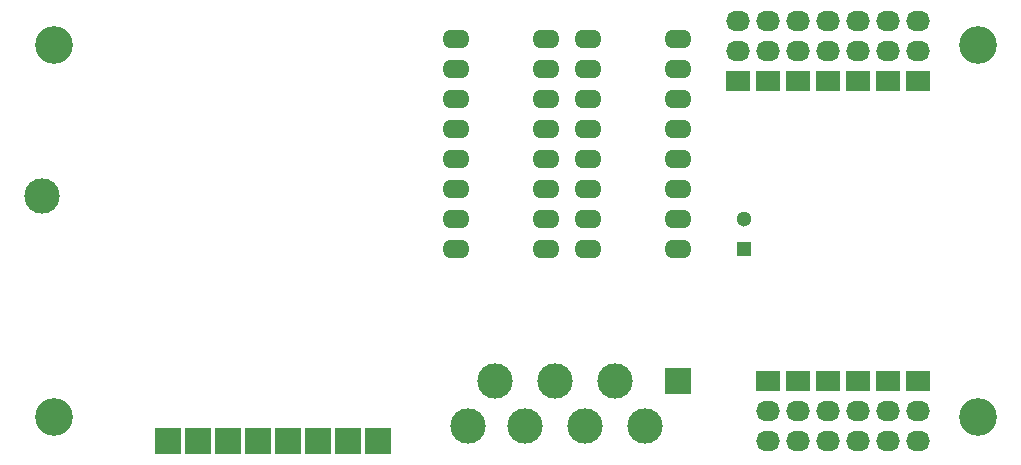
<source format=gbs>
G04 #@! TF.FileFunction,Soldermask,Bot*
%FSLAX46Y46*%
G04 Gerber Fmt 4.6, Leading zero omitted, Abs format (unit mm)*
G04 Created by KiCad (PCBNEW 4.0.4+e1-6308~48~ubuntu16.04.1-stable) date Wed Oct 19 17:44:58 2016*
%MOMM*%
%LPD*%
G01*
G04 APERTURE LIST*
%ADD10C,0.150000*%
%ADD11C,3.200000*%
%ADD12R,1.300000X1.300000*%
%ADD13C,1.300000*%
%ADD14R,2.235200X2.235200*%
%ADD15R,2.032000X1.727200*%
%ADD16O,2.032000X1.727200*%
%ADD17O,2.300000X1.600000*%
%ADD18C,3.000000*%
G04 APERTURE END LIST*
D10*
D11*
X160020000Y-113792000D03*
X160020000Y-145288000D03*
X81788000Y-145288000D03*
D12*
X140208000Y-131064000D03*
D13*
X140208000Y-128564000D03*
D14*
X93980000Y-147320000D03*
X101600000Y-147320000D03*
X99060000Y-147320000D03*
X104140000Y-147320000D03*
X96520000Y-147320000D03*
X106680000Y-147320000D03*
X109220000Y-147320000D03*
X134620000Y-142240000D03*
D15*
X154940000Y-142240000D03*
D16*
X154940000Y-144780000D03*
X154940000Y-147320000D03*
D15*
X152400000Y-116840000D03*
D16*
X152400000Y-114300000D03*
X152400000Y-111760000D03*
D15*
X149860000Y-116840000D03*
D16*
X149860000Y-114300000D03*
X149860000Y-111760000D03*
D15*
X147320000Y-116840000D03*
D16*
X147320000Y-114300000D03*
X147320000Y-111760000D03*
D15*
X144780000Y-116840000D03*
D16*
X144780000Y-114300000D03*
X144780000Y-111760000D03*
D15*
X142240000Y-116840000D03*
D16*
X142240000Y-114300000D03*
X142240000Y-111760000D03*
D15*
X139700000Y-116840000D03*
D16*
X139700000Y-114300000D03*
X139700000Y-111760000D03*
D15*
X152400000Y-142240000D03*
D16*
X152400000Y-144780000D03*
X152400000Y-147320000D03*
D15*
X144780000Y-142240000D03*
D16*
X144780000Y-144780000D03*
X144780000Y-147320000D03*
D15*
X142240000Y-142240000D03*
D16*
X142240000Y-144780000D03*
X142240000Y-147320000D03*
D15*
X149860000Y-142240000D03*
D16*
X149860000Y-144780000D03*
X149860000Y-147320000D03*
D15*
X147320000Y-142240000D03*
D16*
X147320000Y-144780000D03*
X147320000Y-147320000D03*
D17*
X123444000Y-131064000D03*
X123444000Y-128524000D03*
X123444000Y-125984000D03*
X123444000Y-123444000D03*
X123444000Y-120904000D03*
X123444000Y-118364000D03*
X123444000Y-115824000D03*
X123444000Y-113284000D03*
X115824000Y-113284000D03*
X115824000Y-115824000D03*
X115824000Y-118364000D03*
X115824000Y-120904000D03*
X115824000Y-123444000D03*
X115824000Y-125984000D03*
X115824000Y-128524000D03*
X115824000Y-131064000D03*
X134620000Y-131064000D03*
X134620000Y-128524000D03*
X134620000Y-125984000D03*
X134620000Y-123444000D03*
X134620000Y-120904000D03*
X134620000Y-118364000D03*
X134620000Y-115824000D03*
X134620000Y-113284000D03*
X127000000Y-113284000D03*
X127000000Y-115824000D03*
X127000000Y-118364000D03*
X127000000Y-120904000D03*
X127000000Y-123444000D03*
X127000000Y-125984000D03*
X127000000Y-128524000D03*
X127000000Y-131064000D03*
D18*
X80772000Y-126619000D03*
X119126000Y-142240000D03*
X116840000Y-146050000D03*
X121666000Y-146050000D03*
X126746000Y-146050000D03*
X124206000Y-142240000D03*
X131826000Y-146050000D03*
X129286000Y-142240000D03*
D15*
X154940000Y-116840000D03*
D16*
X154940000Y-114300000D03*
X154940000Y-111760000D03*
D14*
X91440000Y-147320000D03*
D11*
X81788000Y-113792000D03*
M02*

</source>
